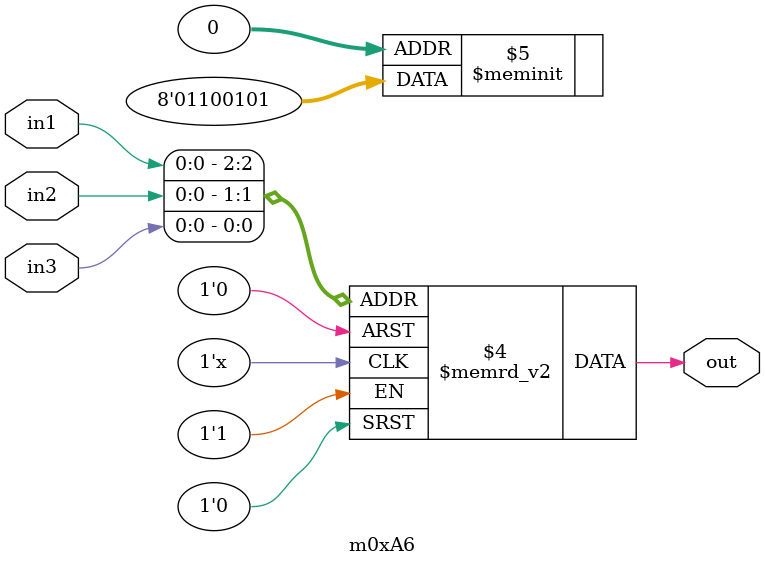
<source format=v>
module m0xA6(output out, input in1, in2, in3);

   always @(in1, in2, in3)
     begin
        case({in1, in2, in3})
          3'b000: {out} = 1'b1;
          3'b001: {out} = 1'b0;
          3'b010: {out} = 1'b1;
          3'b011: {out} = 1'b0;
          3'b100: {out} = 1'b0;
          3'b101: {out} = 1'b1;
          3'b110: {out} = 1'b1;
          3'b111: {out} = 1'b0;
        endcase // case ({in1, in2, in3})
     end // always @ (in1, in2, in3)

endmodule // m0xA6
</source>
